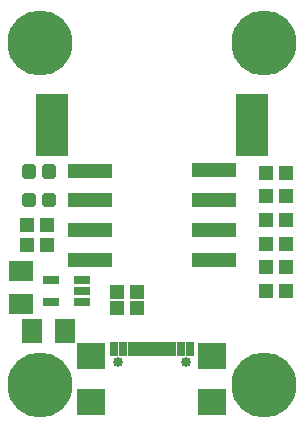
<source format=gbr>
G04 EAGLE Gerber RS-274X export*
G75*
%MOMM*%
%FSLAX34Y34*%
%LPD*%
%INSoldermask Top*%
%IPPOS*%
%AMOC8*
5,1,8,0,0,1.08239X$1,22.5*%
G01*
%ADD10R,1.303200X1.203200*%
%ADD11R,1.403200X0.753200*%
%ADD12R,0.503200X1.203200*%
%ADD13R,0.803200X1.203200*%
%ADD14C,0.853200*%
%ADD15R,2.383200X2.203200*%
%ADD16C,5.503200*%
%ADD17C,3.203200*%
%ADD18R,2.743200X5.283200*%
%ADD19C,0.505344*%
%ADD20R,1.203200X1.303200*%
%ADD21R,3.713200X1.203200*%
%ADD22R,1.803200X2.003200*%
%ADD23R,2.003200X1.803200*%


D10*
X248500Y180000D03*
X231500Y180000D03*
X248500Y140000D03*
X231500Y140000D03*
X231500Y220000D03*
X248500Y220000D03*
X231500Y120000D03*
X248500Y120000D03*
X248500Y160000D03*
X231500Y160000D03*
X248500Y200000D03*
X231500Y200000D03*
D11*
X75811Y110370D03*
X75811Y119870D03*
X75811Y129370D03*
X49809Y129370D03*
X49809Y110370D03*
D12*
X142420Y70890D03*
X137420Y70890D03*
D13*
X167170Y70890D03*
X159420Y70890D03*
D12*
X152420Y70890D03*
X147420Y70890D03*
X127420Y70890D03*
X132420Y70890D03*
D13*
X102670Y70890D03*
X110420Y70890D03*
D12*
X117420Y70890D03*
X122420Y70890D03*
D14*
X106020Y59840D03*
X163820Y59840D03*
D15*
X83820Y25620D03*
X83820Y64920D03*
X186020Y64920D03*
X186020Y25620D03*
D16*
X230000Y330000D03*
D17*
X230000Y330000D03*
D16*
X230000Y40000D03*
D17*
X230000Y40000D03*
D16*
X40000Y330000D03*
D17*
X40000Y330000D03*
D16*
X40000Y40000D03*
D17*
X40000Y40000D03*
D18*
X220000Y260000D03*
X50000Y260000D03*
D10*
X122300Y118650D03*
X105300Y118650D03*
X105600Y105300D03*
X122600Y105300D03*
D19*
X34090Y217490D02*
X34090Y224470D01*
X34090Y217490D02*
X27110Y217490D01*
X27110Y224470D01*
X34090Y224470D01*
X34090Y222290D02*
X27110Y222290D01*
X51630Y224470D02*
X51630Y217490D01*
X44650Y217490D01*
X44650Y224470D01*
X51630Y224470D01*
X51630Y222290D02*
X44650Y222290D01*
X34090Y200340D02*
X34090Y193360D01*
X27110Y193360D01*
X27110Y200340D01*
X34090Y200340D01*
X34090Y198160D02*
X27110Y198160D01*
X51630Y200340D02*
X51630Y193360D01*
X44650Y193360D01*
X44650Y200340D01*
X51630Y200340D01*
X51630Y198160D02*
X44650Y198160D01*
D20*
X29520Y158850D03*
X29520Y175850D03*
X46450Y158400D03*
X46450Y175400D03*
D21*
X187428Y222253D03*
X187428Y196853D03*
X187428Y171453D03*
X187428Y146053D03*
X82422Y221703D03*
X82272Y196853D03*
X82272Y171453D03*
X82272Y146053D03*
D22*
X33620Y86190D03*
X61620Y86190D03*
D23*
X23730Y136540D03*
X23730Y108540D03*
M02*

</source>
